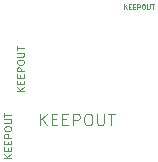
<source format=gbr>
%TF.GenerationSoftware,KiCad,Pcbnew,7.0.5*%
%TF.CreationDate,2023-07-15T17:05:49+09:00*%
%TF.ProjectId,sdmux4,73646d75-7834-42e6-9b69-6361645f7063,rev?*%
%TF.SameCoordinates,Original*%
%TF.FileFunction,Other,Comment*%
%FSLAX46Y46*%
G04 Gerber Fmt 4.6, Leading zero omitted, Abs format (unit mm)*
G04 Created by KiCad (PCBNEW 7.0.5) date 2023-07-15 17:05:49*
%MOMM*%
%LPD*%
G01*
G04 APERTURE LIST*
%ADD10C,0.090000*%
%ADD11C,0.060000*%
%ADD12C,0.100000*%
G04 APERTURE END LIST*
D10*
%TO.C,J103*%
X188240891Y-83085141D02*
X187640891Y-83085141D01*
X188240891Y-82742284D02*
X187898034Y-82999427D01*
X187640891Y-82742284D02*
X187983748Y-83085141D01*
X187926605Y-82485141D02*
X187926605Y-82285141D01*
X188240891Y-82199427D02*
X188240891Y-82485141D01*
X188240891Y-82485141D02*
X187640891Y-82485141D01*
X187640891Y-82485141D02*
X187640891Y-82199427D01*
X187926605Y-81942284D02*
X187926605Y-81742284D01*
X188240891Y-81656570D02*
X188240891Y-81942284D01*
X188240891Y-81942284D02*
X187640891Y-81942284D01*
X187640891Y-81942284D02*
X187640891Y-81656570D01*
X188240891Y-81399427D02*
X187640891Y-81399427D01*
X187640891Y-81399427D02*
X187640891Y-81170856D01*
X187640891Y-81170856D02*
X187669462Y-81113713D01*
X187669462Y-81113713D02*
X187698034Y-81085142D01*
X187698034Y-81085142D02*
X187755177Y-81056570D01*
X187755177Y-81056570D02*
X187840891Y-81056570D01*
X187840891Y-81056570D02*
X187898034Y-81085142D01*
X187898034Y-81085142D02*
X187926605Y-81113713D01*
X187926605Y-81113713D02*
X187955177Y-81170856D01*
X187955177Y-81170856D02*
X187955177Y-81399427D01*
X187640891Y-80685142D02*
X187640891Y-80570856D01*
X187640891Y-80570856D02*
X187669462Y-80513713D01*
X187669462Y-80513713D02*
X187726605Y-80456570D01*
X187726605Y-80456570D02*
X187840891Y-80427999D01*
X187840891Y-80427999D02*
X188040891Y-80427999D01*
X188040891Y-80427999D02*
X188155177Y-80456570D01*
X188155177Y-80456570D02*
X188212320Y-80513713D01*
X188212320Y-80513713D02*
X188240891Y-80570856D01*
X188240891Y-80570856D02*
X188240891Y-80685142D01*
X188240891Y-80685142D02*
X188212320Y-80742285D01*
X188212320Y-80742285D02*
X188155177Y-80799427D01*
X188155177Y-80799427D02*
X188040891Y-80827999D01*
X188040891Y-80827999D02*
X187840891Y-80827999D01*
X187840891Y-80827999D02*
X187726605Y-80799427D01*
X187726605Y-80799427D02*
X187669462Y-80742285D01*
X187669462Y-80742285D02*
X187640891Y-80685142D01*
X187640891Y-80170856D02*
X188126605Y-80170856D01*
X188126605Y-80170856D02*
X188183748Y-80142285D01*
X188183748Y-80142285D02*
X188212320Y-80113714D01*
X188212320Y-80113714D02*
X188240891Y-80056571D01*
X188240891Y-80056571D02*
X188240891Y-79942285D01*
X188240891Y-79942285D02*
X188212320Y-79885142D01*
X188212320Y-79885142D02*
X188183748Y-79856571D01*
X188183748Y-79856571D02*
X188126605Y-79827999D01*
X188126605Y-79827999D02*
X187640891Y-79827999D01*
X187640891Y-79628000D02*
X187640891Y-79285143D01*
X188240891Y-79456571D02*
X187640891Y-79456571D01*
D11*
X197779904Y-70509927D02*
X197779904Y-70109927D01*
X198008475Y-70509927D02*
X197837046Y-70281356D01*
X198008475Y-70109927D02*
X197779904Y-70338499D01*
X198179904Y-70300403D02*
X198313237Y-70300403D01*
X198370380Y-70509927D02*
X198179904Y-70509927D01*
X198179904Y-70509927D02*
X198179904Y-70109927D01*
X198179904Y-70109927D02*
X198370380Y-70109927D01*
X198541809Y-70300403D02*
X198675142Y-70300403D01*
X198732285Y-70509927D02*
X198541809Y-70509927D01*
X198541809Y-70509927D02*
X198541809Y-70109927D01*
X198541809Y-70109927D02*
X198732285Y-70109927D01*
X198903714Y-70509927D02*
X198903714Y-70109927D01*
X198903714Y-70109927D02*
X199056095Y-70109927D01*
X199056095Y-70109927D02*
X199094190Y-70128975D01*
X199094190Y-70128975D02*
X199113237Y-70148022D01*
X199113237Y-70148022D02*
X199132285Y-70186118D01*
X199132285Y-70186118D02*
X199132285Y-70243260D01*
X199132285Y-70243260D02*
X199113237Y-70281356D01*
X199113237Y-70281356D02*
X199094190Y-70300403D01*
X199094190Y-70300403D02*
X199056095Y-70319451D01*
X199056095Y-70319451D02*
X198903714Y-70319451D01*
X199379904Y-70109927D02*
X199456095Y-70109927D01*
X199456095Y-70109927D02*
X199494190Y-70128975D01*
X199494190Y-70128975D02*
X199532285Y-70167070D01*
X199532285Y-70167070D02*
X199551333Y-70243260D01*
X199551333Y-70243260D02*
X199551333Y-70376594D01*
X199551333Y-70376594D02*
X199532285Y-70452784D01*
X199532285Y-70452784D02*
X199494190Y-70490880D01*
X199494190Y-70490880D02*
X199456095Y-70509927D01*
X199456095Y-70509927D02*
X199379904Y-70509927D01*
X199379904Y-70509927D02*
X199341809Y-70490880D01*
X199341809Y-70490880D02*
X199303714Y-70452784D01*
X199303714Y-70452784D02*
X199284666Y-70376594D01*
X199284666Y-70376594D02*
X199284666Y-70243260D01*
X199284666Y-70243260D02*
X199303714Y-70167070D01*
X199303714Y-70167070D02*
X199341809Y-70128975D01*
X199341809Y-70128975D02*
X199379904Y-70109927D01*
X199722762Y-70109927D02*
X199722762Y-70433737D01*
X199722762Y-70433737D02*
X199741809Y-70471832D01*
X199741809Y-70471832D02*
X199760857Y-70490880D01*
X199760857Y-70490880D02*
X199798952Y-70509927D01*
X199798952Y-70509927D02*
X199875143Y-70509927D01*
X199875143Y-70509927D02*
X199913238Y-70490880D01*
X199913238Y-70490880D02*
X199932285Y-70471832D01*
X199932285Y-70471832D02*
X199951333Y-70433737D01*
X199951333Y-70433737D02*
X199951333Y-70109927D01*
X200084667Y-70109927D02*
X200313238Y-70109927D01*
X200198952Y-70509927D02*
X200198952Y-70109927D01*
D12*
X190647762Y-80360419D02*
X190647762Y-79360419D01*
X191219190Y-80360419D02*
X190790619Y-79788990D01*
X191219190Y-79360419D02*
X190647762Y-79931847D01*
X191647762Y-79836609D02*
X191981095Y-79836609D01*
X192123952Y-80360419D02*
X191647762Y-80360419D01*
X191647762Y-80360419D02*
X191647762Y-79360419D01*
X191647762Y-79360419D02*
X192123952Y-79360419D01*
X192552524Y-79836609D02*
X192885857Y-79836609D01*
X193028714Y-80360419D02*
X192552524Y-80360419D01*
X192552524Y-80360419D02*
X192552524Y-79360419D01*
X192552524Y-79360419D02*
X193028714Y-79360419D01*
X193457286Y-80360419D02*
X193457286Y-79360419D01*
X193457286Y-79360419D02*
X193838238Y-79360419D01*
X193838238Y-79360419D02*
X193933476Y-79408038D01*
X193933476Y-79408038D02*
X193981095Y-79455657D01*
X193981095Y-79455657D02*
X194028714Y-79550895D01*
X194028714Y-79550895D02*
X194028714Y-79693752D01*
X194028714Y-79693752D02*
X193981095Y-79788990D01*
X193981095Y-79788990D02*
X193933476Y-79836609D01*
X193933476Y-79836609D02*
X193838238Y-79884228D01*
X193838238Y-79884228D02*
X193457286Y-79884228D01*
X194647762Y-79360419D02*
X194838238Y-79360419D01*
X194838238Y-79360419D02*
X194933476Y-79408038D01*
X194933476Y-79408038D02*
X195028714Y-79503276D01*
X195028714Y-79503276D02*
X195076333Y-79693752D01*
X195076333Y-79693752D02*
X195076333Y-80027085D01*
X195076333Y-80027085D02*
X195028714Y-80217561D01*
X195028714Y-80217561D02*
X194933476Y-80312800D01*
X194933476Y-80312800D02*
X194838238Y-80360419D01*
X194838238Y-80360419D02*
X194647762Y-80360419D01*
X194647762Y-80360419D02*
X194552524Y-80312800D01*
X194552524Y-80312800D02*
X194457286Y-80217561D01*
X194457286Y-80217561D02*
X194409667Y-80027085D01*
X194409667Y-80027085D02*
X194409667Y-79693752D01*
X194409667Y-79693752D02*
X194457286Y-79503276D01*
X194457286Y-79503276D02*
X194552524Y-79408038D01*
X194552524Y-79408038D02*
X194647762Y-79360419D01*
X195504905Y-79360419D02*
X195504905Y-80169942D01*
X195504905Y-80169942D02*
X195552524Y-80265180D01*
X195552524Y-80265180D02*
X195600143Y-80312800D01*
X195600143Y-80312800D02*
X195695381Y-80360419D01*
X195695381Y-80360419D02*
X195885857Y-80360419D01*
X195885857Y-80360419D02*
X195981095Y-80312800D01*
X195981095Y-80312800D02*
X196028714Y-80265180D01*
X196028714Y-80265180D02*
X196076333Y-80169942D01*
X196076333Y-80169942D02*
X196076333Y-79360419D01*
X196409667Y-79360419D02*
X196981095Y-79360419D01*
X196695381Y-80360419D02*
X196695381Y-79360419D01*
D10*
X189315891Y-77460141D02*
X188715891Y-77460141D01*
X189315891Y-77117284D02*
X188973034Y-77374427D01*
X188715891Y-77117284D02*
X189058748Y-77460141D01*
X189001605Y-76860141D02*
X189001605Y-76660141D01*
X189315891Y-76574427D02*
X189315891Y-76860141D01*
X189315891Y-76860141D02*
X188715891Y-76860141D01*
X188715891Y-76860141D02*
X188715891Y-76574427D01*
X189001605Y-76317284D02*
X189001605Y-76117284D01*
X189315891Y-76031570D02*
X189315891Y-76317284D01*
X189315891Y-76317284D02*
X188715891Y-76317284D01*
X188715891Y-76317284D02*
X188715891Y-76031570D01*
X189315891Y-75774427D02*
X188715891Y-75774427D01*
X188715891Y-75774427D02*
X188715891Y-75545856D01*
X188715891Y-75545856D02*
X188744462Y-75488713D01*
X188744462Y-75488713D02*
X188773034Y-75460142D01*
X188773034Y-75460142D02*
X188830177Y-75431570D01*
X188830177Y-75431570D02*
X188915891Y-75431570D01*
X188915891Y-75431570D02*
X188973034Y-75460142D01*
X188973034Y-75460142D02*
X189001605Y-75488713D01*
X189001605Y-75488713D02*
X189030177Y-75545856D01*
X189030177Y-75545856D02*
X189030177Y-75774427D01*
X188715891Y-75060142D02*
X188715891Y-74945856D01*
X188715891Y-74945856D02*
X188744462Y-74888713D01*
X188744462Y-74888713D02*
X188801605Y-74831570D01*
X188801605Y-74831570D02*
X188915891Y-74802999D01*
X188915891Y-74802999D02*
X189115891Y-74802999D01*
X189115891Y-74802999D02*
X189230177Y-74831570D01*
X189230177Y-74831570D02*
X189287320Y-74888713D01*
X189287320Y-74888713D02*
X189315891Y-74945856D01*
X189315891Y-74945856D02*
X189315891Y-75060142D01*
X189315891Y-75060142D02*
X189287320Y-75117285D01*
X189287320Y-75117285D02*
X189230177Y-75174427D01*
X189230177Y-75174427D02*
X189115891Y-75202999D01*
X189115891Y-75202999D02*
X188915891Y-75202999D01*
X188915891Y-75202999D02*
X188801605Y-75174427D01*
X188801605Y-75174427D02*
X188744462Y-75117285D01*
X188744462Y-75117285D02*
X188715891Y-75060142D01*
X188715891Y-74545856D02*
X189201605Y-74545856D01*
X189201605Y-74545856D02*
X189258748Y-74517285D01*
X189258748Y-74517285D02*
X189287320Y-74488714D01*
X189287320Y-74488714D02*
X189315891Y-74431571D01*
X189315891Y-74431571D02*
X189315891Y-74317285D01*
X189315891Y-74317285D02*
X189287320Y-74260142D01*
X189287320Y-74260142D02*
X189258748Y-74231571D01*
X189258748Y-74231571D02*
X189201605Y-74202999D01*
X189201605Y-74202999D02*
X188715891Y-74202999D01*
X188715891Y-74003000D02*
X188715891Y-73660143D01*
X189315891Y-73831571D02*
X188715891Y-73831571D01*
%TD*%
M02*

</source>
